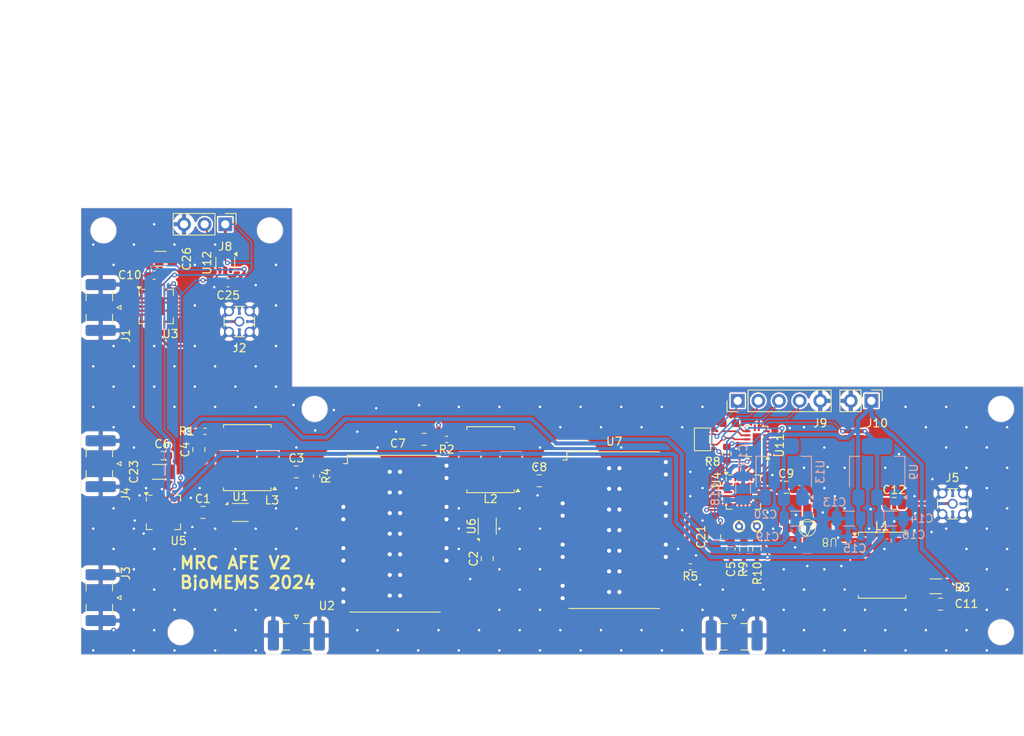
<source format=kicad_pcb>
(kicad_pcb (version 20240108) (generator "pcbnew") (generator_version "8.0")
  (layers (0 "F.Cu" signal) (1 "In1.Cu" signal) (2 "In2.Cu" signal) (31 "B.Cu" signal) (34 "B.Paste" user) (35 "F.Paste" user) (36 "B.SilkS" user "B.Silkscreen") (37 "F.SilkS" user "F.Silkscreen") (38 "B.Mask" user) (39 "F.Mask" user) (44 "Edge.Cuts" user))
  (net 0 "")
  (net 1 "Net-(U5-RF2)")
  (net 2 "Net-(C1-Pad2)")
  (net 3 "Net-(C2-Pad2)")
  (net 4 "Net-(C2-Pad1)")
  (net 5 "Net-(L3-RFIN)")
  (net 6 "GND")
  (net 7 "+5V")
  (net 8 "+3V0")
  (net 9 "Net-(C8-Pad2)")
  (net 10 "Net-(L2-RFIN)")
  (net 11 "Net-(C9-Pad2)")
  (net 12 "Net-(U4-RFOUT)")
  (net 13 "+12V")
  (net 14 "Net-(L1-RFIN)")
  (net 15 "Net-(J5-In)")
  (net 16 "Net-(J1-In)")
  (net 17 "Net-(J2-In)")
  (net 18 "Net-(J3-In)")
  (net 19 "Net-(J4-In)")
  (net 20 "Net-(J6-In)")
  (net 21 "Net-(J7-In)")
  (net 22 "/SW2")
  (net 23 "/SW1")
  (net 24 "Net-(J9-Pin_3)")
  (net 25 "Net-(J9-Pin_4)")
  (net 26 "Net-(J9-Pin_1)")
  (net 27 "Net-(J9-Pin_2)")
  (net 29 "Net-(L1-RFGND)")
  (net 36 "Net-(L2-RFGND)")
  (net 39 "Net-(L3-RFGND)")
  (net 43 "Net-(U11-QE)")
  (net 44 "Net-(U4-C16)")
  (net 45 "Net-(U4-PUP1)")
  (net 46 "Net-(U4-PUP2)")
  (net 49 "Net-(U11-QC)")
  (net 50 "Net-(U11-QD)")
  (net 51 "Net-(U11-QB)")
  (net 52 "Net-(U11-QA)")
  (net 58 "Net-(C3-Pad2)")
  (net 59 "Net-(U4-RFIN)")
  (footprint "Connector_Coaxial:MMCX_Molex_73415-1471_Vertical" (layer "F.Cu") (at 173.3 94.43)
    (property "Reference" "J5")
    (property "Value" "Conn_Coaxial")
  )
  (footprint "Jumper:SolderJumper-2_P1.3mm_Bridged_Pad1.0x1.5mm" (layer "F.Cu") (at 142.5 86.5 90)
    (property "Reference" "JP3" (hide yes))
    (property "Value" "SolderJumper_2_Bridged")
  )
  (footprint "Resistor_SMD:R_0603_1608Metric" (layer "F.Cu") (at 149.2 100 -90)
    (property "Reference" "R10")
    (property "Value" "10k")
  )
  (footprint "Resistor_SMD:R_0603_1608Metric" (layer "F.Cu") (at 145.5 88.25 -90)
    (property "Reference" "R8")
    (property "Value" "10k")
  )
  (footprint "RF_Mini-Circuits:Mini-Circuits_CD637_H5.23mm" (layer "F.Cu") (at 164.6 102)
    (property "Reference" "L1")
    (property "Value" "ADCH-1220+")
  )
  (footprint "Connector_Coaxial:SMA_Samtec_SMA-J-P-H-ST-EM1_EdgeMount" (layer "F.Cu") (at 146.4 110.9 -90)
    (property "Reference" "J7" (hide yes))
    (property "Value" "Conn_Coaxial")
  )
  (footprint "Resistor_SMD:R_1206_3216Metric" (layer "F.Cu") (at 171.2 104.6 180)
    (property "Reference" "R3")
    (property "Value" "226")
  )
  (footprint "Capacitor_SMD:C_0805_2012Metric" (layer "F.Cu") (at 80.5 87.75 90)
    (property "Reference" "C4")
    (property "Value" "100n")
  )
  (footprint "Package_TO_SOT_SMD:SOT-353_SC-70-5" (layer "F.Cu") (at 83.75 64.75 -90)
    (property "Reference" "U12")
    (property "Value" "74AHC1GU04")
  )
  (footprint "BioMEMS:Mini-Circuits_WW107" (layer "F.Cu") (at 155.4 97.4 180)
    (property "Reference" "U8")
    (property "Value" "MAR-8ASM+")
  )
  (footprint "Connector_Coaxial:SMA_Samtec_SMA-J-P-H-ST-EM1_EdgeMount" (layer "F.Cu") (at 68.1625 106 180)
    (property "Reference" "J3")
    (property "Value" "Conn_Coaxial")
  )
  (footprint "Resistor_SMD:R_0402_1005Metric" (layer "F.Cu") (at 111 86.5)
    (property "Reference" "R2")
    (property "Value" "93.1")
  )
  (footprint "TestPoint:TestPoint_THTPad_D1.0mm_Drill0.5mm" (layer "F.Cu") (at 149.2 97.2)
    (property "Reference" "TP2" (hide yes))
    (property "Value" "TestPoint")
  )
  (footprint "BioMEMS:Mini-Circuits_FG873" (layer "F.Cu") (at 85.6 95.5)
    (property "Reference" "U1")
    (property "Value" "LEE2-6+")
  )
  (footprint "RF_Mini-Circuits:Mini-Circuits_CD637_H5.23mm" (layer "F.Cu") (at 116.4 89 180)
    (property "Reference" "L2")
    (property "Value" "ADCH-1220+")
  )
  (footprint "Package_DFN_QFN:TQFN-20-1EP_4x4mm_P0.5mm_EP2.1x2.1mm" (layer "F.Cu") (at 147.5375 93)
    (property "Reference" "U4")
    (property "Value" "~")
  )
  (footprint "Capacitor_SMD:C_0805_2012Metric" (layer "F.Cu") (at 108.25 86.5)
    (property "Reference" "C7")
    (property "Value" "100n")
  )
  (footprint "Capacitor_SMD:C_0805_2012Metric" (layer "F.Cu") (at 116 101.2 90)
    (property "Reference" "C2")
    (property "Value" "2.4n")
  )
  (footprint "Capacitor_SMD:C_0805_2012Metric" (layer "F.Cu") (at 144 98.5 90)
    (property "Reference" "C21")
    (property "Value" "100n")
  )
  (footprint "Capacitor_SMD:C_0805_2012Metric" (layer "F.Cu") (at 152.8 92.4)
    (property "Reference" "C9")
    (property "Value" "2.4n")
  )
  (footprint "Capacitor_SMD:C_0805_2012Metric" (layer "F.Cu") (at 122.4 91.6)
    (property "Reference" "C8")
    (property "Value" "2.4n")
  )
  (footprint "Capacitor_SMD:C_0805_2012Metric" (layer "F.Cu") (at 92.5 90.5)
    (property "Reference" "C3")
    (property "Value" "2.4n")
  )
  (footprint "Capacitor_SMD:C_0805_2012Metric" (layer "F.Cu") (at 171.8 106.8)
    (property "Reference" "C11")
    (property "Value" "100n")
  )
  (footprint "Capacitor_SMD:C_0603_1608Metric" (layer "F.Cu") (at 84.11 67.2)
    (property "Reference" "C25")
    (property "Value" "100n")
  )
  (footprint "Capacitor_SMD:C_1206_3216Metric" (layer "F.Cu") (at 75.5 90.5)
    (property "Reference" "C23")
    (property "Value" "3.3u")
  )
  (footprint "Connector_Coaxial:MMCX_Molex_73415-1471_Vertical" (layer "F.Cu") (at 85.48 71.98)
    (property "Reference" "J2")
    (property "Value" "Conn_Coaxial")
  )
  (footprint "Capacitor_SMD:C_0805_2012Metric" (layer "F.Cu") (at 81 95.5)
    (property "Reference" "C1")
    (property "Value" "2.4n")
  )
  (footprint "Resistor_SMD:R_0603_1608Metric" (layer "F.Cu") (at 147.6 100.025 -90)
    (property "Reference" "R9")
    (property "Value" "10k")
  )
  (footprint "Package_DFN_QFN:DHVQFN-16-1EP_2.5x3.5mm_P0.5mm_EP1x2mm" (layer "F.Cu") (at 149.1875 86.75 180)
    (property "Reference" "U11")
    (property "Value" "74HC595")
  )
  (footprint "Capacitor_SMD:C_0603_1608Metric" (layer "F.Cu") (at 146 100 90)
    (property "Reference" "C5")
    (property "Value" "100p")
  )
  (footprint "Connector_Coaxial:SMA_Samtec_SMA-J-P-H-ST-EM1_EdgeMount" (layer "F.Cu") (at 68.1625 70.25 180)
    (property "Reference" "J1")
    (property "Value" "Conn_Coaxial")
  )
  (footprint "Capacitor_SMD:C_0805_2012Metric" (layer "F.Cu") (at 166.1 94.4)
    (property "Reference" "C12")
    (property "Value" "2.4n")
  )
  (footprint "BioMEMS:Mini-Circuits_FG873" (layer "F.Cu") (at 116 97.2 90)
    (property "Reference" "U6")
    (property "Value" "LEE2-6+")
  )
  (footprint "Capacitor_SMD:C_0603_1608Metric" (layer "F.Cu") (at 75 66.25 180)
    (property "Reference" "C10")
    (property "Value" "100p")
  )
  (footprint "BioMEMS:Mini-Circuits_HF1139_LandPatternPL-230" (layer "F.Cu") (at 131.635 97.68)
    (property "Reference" "U7")
    (property "Value" "SXLP-21.4+")
  )
  (footprint "Connector_Coaxial:SMA_Samtec_SMA-J-P-H-ST-EM1_EdgeMount" (layer "F.Cu") (at 92.5 110.9 -90)
    (property "Reference" "J6" (hide yes))
    (property "Value" "Conn_Coaxial")
  )
  (footprint "Capacitor_SMD:C_1206_3216Metric" (layer "F.Cu") (at 75.75 64.25 180)
    (property "Reference" "C26")
    (property "Value" "3.3u")
  )
  (footprint "Package_DFN_QFN:TQFN-20-1EP_4x4mm_P0.5mm_EP2.1x2.1mm" (layer "F.Cu") (at 76.1375 95.5)
    (property "Reference" "U5")
    (property "Value" "~")
  )
  (footprint "Resistor_SMD:R_0402_1005Metric" (layer "F.Cu") (at 95 91 -90)
    (property "Reference" "R4")
    (property "Value" "0")
  )
  (footprint "BioMEMS:Mini-Circuits_HF1139_LandPatternPL-230" (layer "F.Cu") (at 104.635 98.12)
    (property "Reference" "U2")
    (property "Value" "SXLP-21.4+")
  )
  (footprint "Connector_PinHeader_2.54mm:PinHeader_1x05_P2.54mm_Vertical" (layer "F.Cu") (at 146.84 81.75 90)
    (property "Reference" "J9")
    (property "Value" "Conn_01x05")
  )
  (footprint "Capacitor_SMD:C_0603_1608Metric" (layer "F.Cu") (at 76 88.5)
    (property "Reference" "C6")
    (property "Value" "100p")
  )
  (footprint "Package_DFN_QFN:TQFN-20-1EP_4x4mm_P0.5mm_EP2.1x2.1mm" (layer "F.Cu") (at 75.25 70.1375)
    (property "Reference" "U3")
    (property "Value" "~")
  )
  (footprint "Connector_PinHeader_2.54mm:PinHeader_1x02_P2.54mm_Vertical" (layer "F.Cu") (at 163.29 81.75 -90)
    (property "Reference" "J10")
    (property "Value" "Conn_01x02")
  )
  (footprint "RF_Mini-Circuits:Mini-Circuits_CD637_H5.23mm" (layer "F.Cu") (at 86.46 88.75 180)
    (property "Reference" "L3")
    (property "Value" "ADCH-1220+")
  )
  (footprint "Resistor_SMD:R_0402_1005Metric" (layer "F.Cu") (at 81.25 85.5)
    (property "Reference" "R1")
    (property "Value" "93.1")
  )
  (footprint "Resistor_SMD:R_0402_1005Metric" (layer "F.Cu") (at 141 102.2 180)
    (property "Reference" "R5")
    (property "Value" "0")
  )
  (footprint "Connector_PinHeader_2.54mm:PinHeader_1x03_P2.54mm_Vertical" (layer "F.Cu") (at 83.75 60 -90)
    (property "Reference" "J8")
    (property "Value" "Conn_01x03")
  )
  (footprint "TestPoint:TestPoint_THTPad_D1.0mm_Drill0.5mm" (layer "F.Cu") (at 147 97.2)
    (property "Reference" "TP1" (hide yes))
    (property "Value" "TestPoint")
  )
  (footprint "Connector_Coaxial:SMA_Samtec_SMA-J-P-H-ST-EM1_EdgeMount" (layer "F.Cu") (at 68.1625 89.5 180)
    (property "Reference" "J4")
    (property "Value" "Conn_Coaxial")
  )
  (footprint "Capacitor_SMD:C_0603_1608Metric" (layer "F.Cu") (at 145.775 84.5)
    (property "Reference" "C24" (hide yes))
    (property "Value" "100n")
  )
  (footprint "Capacitor_SMD:C_1206_3216Metric" (layer "B.Cu") (at 160.5 96.25 180)
    (property "Reference" "C13")
    (property "Value" "10u")
  )
  (footprint "Capacitor_SMD:C_0603_1608Metric" (layer "B.Cu") (at 145.5 93.25 -90)
    (property "Reference" "C18")
    (property "Value" "100n")
  )
  (footprint "Capacitor_SMD:C_1206_3216Metric" (layer "B.Cu") (at 154.025 96.25)
    (property "Reference" "C20")
    (property "Value" "10u")
  )
  (footprint "Capacitor_SMD:C_0603_1608Metric" (layer "B.Cu") (at 161.25 98.5)
    (property "Reference" "C15")
    (property "Value" "100n")
  )
  (footprint "Capacitor_SMD:C_0603_1608Metric" (layer "B.Cu") (at 153.525 98.25 180)
    (property "Reference" "C19")
    (property "Value" "100n")
  )
  (footprint "Package_TO_SOT_SMD:SOT-223-3_TabPin2" (layer "B.Cu") (at 152.5 90.5 90)
    (property "Reference" "U13")
    (property "Value" "AMS1117-5.0")
  )
  (footprint "Capacitor_SMD:C_1206_3216Metric" (layer "B.Cu") (at 165.725 96.25)
    (property "Reference" "C14")
    (property "Value" "10u")
  )
  (footprint "Capacitor_SMD:C_1206_3216Metric" (layer "B.Cu") (at 147.5 92.5 90)
    (property "Reference" "C17")
    (property "Value" "10u")
  )
  (footprint "Package_TO_SOT_SMD:SOT-223-3_TabPin2" (layer "B.Cu") (at 164 90.5 90)
    (property "Reference" "U9")
    (property "Value" "AMS1117-3.3")
  )
  (footprint "Capacitor_SMD:C_0603_1608Metric" (layer "B.Cu") (at 165.225 98.25 180)
    (property "Reference" "C16")
    (property "Value" "100n")
  )
  (gr_line (start 182 113) (end 66 113) (stroke (width 0.05)) (layer "Edge.Cuts"))
  (gr_circle (center 89.25 60.75) (end 90.85 60.75) (stroke (width 0.05)) (fill none) (layer "Edge.Cuts"))
  (gr_circle (center 94.75 82.75) (end 96.35 82.75) (stroke (width 0.05)) (fill none) (layer "Edge.Cuts"))
  (gr_line (start 66 58) (end 92 58) (stroke (width 0.05)) (layer "Edge.Cuts"))
  (gr_circle (center 68.75 60.75) (end 70.35 60.75) (stroke (width 0.05)) (fill none) (layer "Edge.Cuts"))
  (gr_line (start 92 80) (end 182 80) (stroke (width 0.05)) (layer "Edge.Cuts"))
  (gr_circle (center 179.25 82.75) (end 180.85 82.75) (stroke (width 0.05)) (fill none) (layer "Edge.Cuts"))
  (gr_line (start 66 113) (end 66 58) (stroke (width 0.05)) (layer "Edge.Cuts"))
  (gr_circle (center 179.25 110.25) (end 180.85 110.25) (stroke (width 0.05)) (fill none) (layer "Edge.Cuts"))
  (gr_circle (center 78.25 110.25) (end 79.85 110.25) (stroke (width 0.05)) (fill none) (layer "Edge.Cuts"))
  (gr_line (start 182 80) (end 182 113) (stroke (width 0.05)) (layer "Edge.Cuts"))
  (gr_line (start 92 58) (end 92 80) (stroke (width 0.05)) (layer "Edge.Cuts"))
  (gr_text "MRC AFE V2\nBioMEMS 2024" (at 78 105 0) (layer "F.SilkS") (effects (font (size 1.5 1.5) (thickness 0.3)) (justify left bottom)))
  (segment (start 78 95.5) (end 80.05 95.5) (width 0.342392) (layer "F.Cu") (net 1))
  (segment (start 81.95 95.5) (end 84.65 95.5) (width 0.342392) (layer "F.Cu") (net 2))
  (segment (start 116 100.55) (end 116 98.45) (width 0.342392) (layer "F.Cu") (net 3))
  (segment (start 109.9055 105.74) (end 114.46 105.74) (width 0.342392) (layer "F.Cu") (net 4))
  (segment (start 116 103) (end 116 102.15) (width 0.342392) (layer "F.Cu") (net 4))
  (segment (start 90.75 90.5) (end 89.96 91.29) (width 0.342392) (layer "F.Cu") (net 5))
  (segment (start 88 95.5) (end 86.55 95.5) (width 0.342392) (layer "F.Cu") (net 5))
  (segment (start 89.96 91.29) (end 89 91.29) (width 0.342392) (layer "F.Cu") (net 5))
  (segment (start 89 94.5) (end 88 95.5) (width 0.342392) (layer "F.Cu") (net 5))
  (segment (start 91.55 90.5) (end 90.75 90.5) (width 0.342392) (layer "F.Cu") (net 5))
  (segment (start 89 91.29) (end 89 94.5) (width 0.342392) (layer "F.Cu") (net 5))
  (segment (start 76.15 64.25) (end 77.225 64.25) (width 0.2) (layer "F.Cu") (net 6))
  (segment (start 148 87) (end 147.29473 87) (width 0.2) (layer "F.Cu") (net 6))
  (segment (start 86.55 94.85) (end 85.95 94.85) (width 0.2) (layer "F.Cu") (net 6))
  (segment (start 144.25 93.5) (end 143.75 94) (width 0.2) (layer "F.Cu") (net 6))
  (segment (start 82.9353 67.2) (end 82.392165 67.743135) (width 0.2) (layer "F.Cu") (net 6))
  (segment (start 148.675 95) (end 150.25 95) (width 0.2) (layer "F.Cu") (net 6))
  (segment (start 85.6 95.35) (end 85.6 95.65) (width 0.2) (layer "F.Cu") (net 6))
  (segment (start 75.6375 95) (end 76.1375 95.5) (width 0.2) (layer "F.Cu") (net 6))
  (segment (start 76.1375 93.6375) (end 75.6375 93.6375) (width 0.2) (layer "F.Cu") (net 6))
  (segment (start 147.0375 93.5) (end 147.5375 93) (width 0.2) (layer "F.Cu") (net 6))
  (segment (start 145.675 93.5) (end 144.25 93.5) (width 0.2) (layer "F.Cu") (net 6))
  (segment (start 115.7 97.2) (end 115.35 97.55) (width 0.2) (layer "F.Cu") (net 6))
  (segment (start 85.95 96.15) (end 85.6 95.8) (width 0.2) (layer "F.Cu") (net 6))
  (segment (start 83.335 67.2) (end 82.9353 67.2) (width 0.2) (layer "F.Cu") (net 6))
  (segment (start 85.25 94.85) (end 85.6 95.2) (width 0.2) (layer "F.Cu") (net 6))
  (segment (start 76.1375 92.821823) (end 75.95 92.634323) (width 0.2) (layer "F.Cu") (net 6))
  (segment (start 85.25 96.15) (end 85.6 95.8) (width 0.2) (layer "F.Cu") (net 6))
  (segment (start 86.55 96.15) (end 85.95 96.15) (width 0.2) (layer "F.Cu") (net 6))
  (segment (start 149.95 84.55) (end 152.7 84.55) (width 0.2) (layer "F.Cu") (net 6))
  (segment (start 76.1375 93.6375) (end 76.1375 95.5) (width 0.2) (layer "F.Cu") (net 6))
  (segment (start 116.65 97.55) (end 116.65 98.15) (width 0.2) (layer "F.Cu") (net 6))
  (segment (start 152.7 84.55) (end 153.25 85.1) (width 0.2) (layer "F.Cu") (net 6))
  (segment (start 116 97.2) (end 116.3 97.2) (width 0.2) (layer "F.Cu") (net 6))
  (segment (start 84.65 94.85) (end 85.25 94.85) (width 0.2) (layer "F.Cu") (net 6))
  (segment (start 115.35 96.85) (end 115.7 97.2) (width 0.2) (layer "F.Cu") (net 6))
  (segment (start 84.65 96.15) (end 85.25 96.15) (width 0.2) (layer "F.Cu") (net 6))
  (segment (start 75.775 64.425) (end 75.8 64.4) (width 0.2) (layer "F.Cu") (net 6))
  (segment (start 115.7 97.2) (end 116 97.2) (width 0.2) (layer "F.Cu") (net 6))
  (segment (start 76 64.4) (end 76.15 64.25) (width 0.2) (layer "F.Cu") (net 6))
  (segment (start 149.4375 85.0625) (end 149.95 84.55) (width 0.2) (layer "F.Cu") (net 6))
  (segment (start 147.29473 87) (end 146.653809 87.640921) (width 0.2) (layer "F.Cu") (net 6))
  (segment (start 116.65 96.85) (end 116.65 96.25) (width 0.2) (layer "F.Cu") (net 6))
  (segment (start 148.5375 94.8625) (end 148.675 95) (width 0.2) (layer "F.Cu") (net 6))
  (segment (start 74.275 95) (end 75.6375 95) (width 0.2) (layer "F.Cu") (net 6))
  (segment (start 116.3 97.2) (end 116.65 96.85) (width 0.2) (layer "F.Cu") (net 6))
  (segment (start 76.1375 93.6375) (end 76.1375 92.821823) (width 0.2) (layer "F.Cu") (net 6))
  (segment (start 115.35 97.55) (end 115.35 98.15) (width 0.2) (layer "F.Cu") (net 6))
  (segment (start 116.3 97.2) (end 116.65 97.55) (width 0.2) (layer "F.Cu") (net 6))
  (segment (start 75.775 66.25) (end 75.775 64.425) (width 0.2) (layer "F.Cu") (net 6))
  (segment (start 147.5375 91.1375) (end 147.5375 93) (width 0.2) (layer "F.Cu") (net 6))
  (segment (start 115.35 96.25) (end 115.35 96.85) (width 0.2) (layer "F.Cu") (net 6))
  (segment (start 85.95 94.85) (end 85.6 95.2) (width 0.2) (layer "F.Cu") (net 6))
  (segment (start 145.675 93.5) (end 147.0375 93.5) (width 0.2) (layer "F.Cu") (net 6))
  (segment (start 75.8 64.4) (end 76 64.4) (width 0.2) (layer "F.Cu") (net 6))
  (via (at 85 110) (size 0.6) (drill 0.3) (layers "F.Cu" "B.Cu") (net 6))
  (via (at 72.5 62.5) (size 0.6) (drill 0.3) (layers "F.Cu" "B.Cu") (net 6))
  (via (at 102.5 112.5) (size 0.6) (drill 0.3) (layers "F.Cu" "B.Cu") (net 6))
  (via (at 77.5 102.5) (size 0.6) (drill 0.3) (layers "F.Cu" "B.Cu") (net 6))
  (via (at 97.115686 82.884314) (size 0.6) (drill 0.3) (layers "F.Cu" "B.Cu") (net 6))
  (via (at 147.5 102.5) (size 0.6) (drill 0.3) (layers "F.Cu" "B.Cu") (net 6))
  (via (at 122 89.8) (size 0.6) (drill 0.3) (layers "F.Cu" "B.Cu") (net 6))
  (via (at 160 110) (size 0.6) (drill 0.3) (layers "F.Cu" "B.Cu") (net 6))
  (via (at 117.5 97.5) (size 0.6) (drill 0.3) (layers "F.Cu" "B.Cu") (net 6))
  (via (at 137.5 82.5) (size 0.6) (drill 0.3) (layers "F.Cu" "B.Cu") (net 6))
  (via (at 77.5 82.5) (size 0.6) (drill 0.3) (layers "F.Cu" "B.Cu") (net 6))
  (via (at 90 95) (size 0.6) (drill 0.3) (layers "F.Cu" "B.Cu") (net 6))
  (via (at 107.5 112.5) (size 0.6) (drill 0.3) (layers "F.Cu" "B.Cu") (net 6))
  (via (at 80.6 92.5) (size 0.6) (drill 0.3) (layers "F.Cu" "B.Cu") (net 6))
  (via (at 75 110) (size 0.6) (drill 0.3) (layers "F.Cu" "B.Cu") (net 6))
  (via (at 87.5 77.5) (size 0.6) (drill 0.3) (layers "F.Cu" "B.Cu") (net 6))
  (via (at 142.5 107.5) (size 0.6) (drill 0.3) (layers "F.Cu" "B.Cu") (net 6))
  (via (at 112.5 112.5) (size 0.6) (drill 0.3) (layers "F.Cu" "B.Cu") (net 6))
  (via (at 155 90) (size 0.6) (drill 0.3) (layers "F.Cu" "B.Cu") (net 6))
  (via (at 153.9 99.8) (size 0.6) (drill 0.3) (layers "F.Cu" "B.Cu") (net 6))
  (via (at 113.9 103.7) (size 0.6) (drill 0.3) (layers "F.Cu" "B.Cu") (net 6))
  (via (at 112.5 100) (size 0.6) (drill 0.3) (layers "F.Cu" "B.Cu") (net 6))
  (via (at 158.8 93.5) (size 0.6) (drill 0.3) (layers "F.Cu" "B.Cu") (net 6))
  (via (at 157.3 95.5) (size 0.6) (drill 0.3) (layers "F.Cu" "B.Cu") (net 6))
  (via (at 167.5 92.5) (size 0.6) (drill 0.3) (layers "F.Cu" "B.Cu") (net 6))
  (via (at 87.5 112.5) (size 0.6) (drill 0.3) (layers "F.Cu" "B.Cu") (net 6))
  (via (at 72.6 96.5) (size 0.6) (drill 0.3) (layers "F.Cu" "B.Cu") (net 6))
  (via (at 164.9 100) (size 0.6) (drill 0.3) (layers "F.Cu" "B.Cu") (net 6))
  (via (at 75.95 92.634323) (size 0.6) (drill 0.3) (layers "F.Cu" "B.Cu") (net 6))
  (via (at 155.4 102.1) (size 0.6) (drill 0.3) (layers "F.Cu" "B.Cu") (net 6))
  (via (at 168.6 97.7) (size 0.6) (drill 0.3) (layers "F.Cu" "B.Cu") (net 6))
  (via (at 130 110) (size 0.6) (drill 0.3) (layers "F.Cu" "B.Cu") (net 6))
  (via (at 120 110) (size 0.6) (drill 0.3) (layers "F.Cu" "B.Cu") (net 6))
  (via (at 75 100) (size 0.6) (drill 0.3) (layers "F.Cu" "B.Cu") (net 6))
  (via (at 150.5 95.5) (size 0.6) (drill 0.3) (layers "F.Cu" "B.Cu") (net 6))
  (via (at 87.5 67.5) (size 0.6) (drill 0.3) (layers "F.Cu" "B.Cu") (net 6))
  (via (at 154 95.8) (size 0.6) (drill 0.3) (layers "F.Cu" "B.Cu") (net 6))
  (via (at 140 85) (size 0.6) (drill 0.3) (layers "F.Cu" "B.Cu") (net 6))
  (via (at 142.2 104.4) (size 0.6) (drill 0.3) (layers "F.Cu" "B.Cu") (net 6))
  (via (at 163.2 95.1) (size 0.6) (drill 0.3) (layers "F.Cu" "B.Cu") (net 6))
  (via (at 90 80) (size 0.6) (drill 0.3) (layers "F.Cu" "B.Cu") (net 6))
  (via (at 82.5 107.5) (size 0.6) (drill 0.3) (layers "F.Cu" "B.Cu") (net 6))
  (via (at 177.5 112.5) (size 0.6) (drill 0.3) (layers "F.Cu" "B.Cu") (net 6))
  (via (at 137.5 112.5) (size 0.6) (drill 0.3) (layers "F.Cu" "B.Cu") (net 6))
  (via (at 110 110) (size 0.6) (drill 0.3) (layers "F.Cu" "B.Cu") (net 6))
  (via (at 122.5 87.5) (size 0.6) (drill 0.3) (layers "F.Cu" "B.Cu") (net 6))
  (via (at 92.143291 82.251908) (size 0.6) (drill 0.3) (layers "F.Cu" "B.Cu") (net 6))
  (via (at 167.5 82.5) (size 0.6) (drill 0.3) (layers "F.Cu" "B.Cu") (net 6))
  (via (at 85 80) (size 0.6) (drill 0.3) (layers "F.Cu" "B.Cu") (net 6))
  (via (at 132.5 82.5) (size 0.6) (drill 0.3) (layers "F.Cu" "B.Cu") (net 6))
  (via (at 166.684314 88.315686) (size 0.6) (drill 0.3) (layers "F.Cu" "B.Cu") (net 6))
  (via (at 70 80) (size 0.6) (drill 0.3) (layers "F.Cu" "B.Cu") (net 6))
  (via (at 90 105) (size 0.6) (drill 0.3) (layers "F.Cu" "B.Cu") (net 6))
  (via (at 170.8 91.4) (size 0.6) (drill 0.3) (layers "F.Cu" "B.Cu") (net 6))
  (via (at 85 105) (size 0.6) (drill 0.3) (layers "F.Cu" "B.Cu") (net 6))
  (via (at 122.2 93.4) (size 0.6) (drill 0.3) (layers "F.Cu" "B.Cu") (net 6))
  (via (at 77.5 107.5) (size 0.6) (drill 0.3) (layers "F.Cu" "B.Cu") (net 6))
  (via (at 177.5 102.5) (size 0.6) (drill 0.3) (layers "F.Cu" "B.Cu") (net 6))
  (via (at 163 97.5) (size 0.6) (drill 0.3) (layers "F.Cu" "B.Cu") (net 6))
  (via (at 100 110) (size 0.6) (drill 0.3) (layers "F.Cu" "B.Cu") (net 6))
  (via (at 177.5 97.5) (size 0.6) (drill 0.3) (layers "F.Cu" "B.Cu") (net 6))
  (via (at 160 105) (size 0.6) (drill 0.3) (layers "F.Cu" "B.Cu") (net 6))
  (via (at 127.5 112.5) (size 0.6) (drill 0.3) (layers "F.Cu" "B.Cu") (net 6))
  (via (at 82.5 82.5) (size 0.6) (drill 0.3) (layers "F.Cu" "B.Cu") (net 6))
  (via (at 90 70) (size 0.6) (drill 0.3) (layers "F.Cu" "B.Cu") (net 6))
  (via (at 72.5 102.5) (size 0.6) (drill 0.3) (layers "F.Cu" "B.Cu") (net 6))
  (via (at 120 105) (size 0.6) (drill 0.3) (layers "F.Cu" "B.Cu") (net 6))
  (via (at 77.5 77.5) (size 0.6) (drill 0.3) (layers "F.Cu" "B.Cu") (net 6))
  (via (at 102.5 87.5) (size 0.6) (drill 0.3) (layers "F.Cu" "B.Cu") (net 6))
  (via (at 135 85) (size 0.6) (drill 0.3) (layers "F.Cu" "B.Cu") (net 6))
  (via (at 82.5 112.5) (size 0.6) (drill 0.3) (layers "F.Cu" "B.Cu") (net 6))
  (via (at 72.5 97.5) (size 0.6) (drill 0.3) (layers "F.Cu" "B.Cu") (net 6))
  (via (at 120 95) (size 0.6) (drill 0.3) (layers "F.Cu" "B.Cu") (net 6))
  (via (at 147.5 107.5) (size 0.6) (drill 0.3) (layers "F.Cu" "B.Cu") (net 6))
  (via (at 117.5 82.5) (size 0.6) (drill 0.3) (layers "F.Cu" "B.Cu") (net 6))
  (via (at 160 90) (size 0.6) (drill 0.3) (layers "F.Cu" "B.Cu") (net 6))
  (via (at 90 65) (size 0.6) (drill 0.3) (layers "F.Cu" "B.Cu") (net 6))
  (via (at 79.5 93.7) (size 0.6) (drill 0.3) (layers "F.Cu" "B.Cu") (net 6))
  (via (at 72.5 77.5) (size 0.6) (drill 0.3) (layers "F.Cu" "B.Cu") (net 6))
  (via (at 115 110) (size 0.6) (drill 0.3) (layers "F.Cu" "B.Cu") (net 6))
  (via (at 87.5 107.5) (size 0.6) (drill 0.3) (layers "F.Cu" "B.Cu") (net 6))
  (via (at 127.5 82.5) (size 0.6) (drill 0.3) (layers "F.Cu" "B.Cu") (net 6))
  (via (at 87.5 82.5) (size 0.6) (drill 0.3) (layers "F.Cu" "B.Cu") (net 6))
  (via (at 139.5 100) (size 0.6) (drill 0.3) (layers "F.Cu" "B.Cu") (net 6))
  (via (at 170 85) (size 0.6) (drill 0.3) (layers "F.Cu" "B.Cu") (net 6))
  (via (at 143 89) (size 0.6) (drill 0.3) (layers "F.Cu" "B.Cu") (net 6))
  (via (at 92.5 97.5) (size 0.6) (drill 0.3) (layers "F.Cu" "B.Cu") (net 6))
  (via (at 122.5 82.5) (size 0.6) (drill 0.3) (layers "F.Cu" "B.Cu") (net 6))
  (via (at 157.5 107.5) (size 0.6) (drill 0.3) (layers "F.Cu" "B.Cu") (net 6))
  (via (at 150 105) (size 0.6) (drill 0.3) (layers "F.Cu" "B.Cu") (net 6))
  (via (at 92.5 92.5) (size 0.6) (drill 0.3) (layers "F.Cu" "B.Cu") (net 6))
  (via (at 180 90) (size 0.6) (drill 0.3) (layers "F.Cu" "B.Cu") (net 6))
  (via (at 168.7 95.6) (size 0.6) (drill 0.3) (layers "F.Cu" "B.Cu") (net 6))
  (via (at 80 65) (size 0.6) (drill 0.3) (layers "F.Cu" "B.Cu") (net 6))
  (via (at 175 90) (size 0.6) (drill 0.3) (layers "F.Cu" "B.Cu") (net 6))
  (via (at 70 85) (size 0.6) (drill 0.3) (layers "F.Cu" "B.Cu") (net 6))
  (via (at 122.5 102.5) (size 0.6) (drill 0.3) (layers "F.Cu" "B.Cu") (net 6))
  (via (at 170.7 97.9) (size 0.6) (drill 0.3) (layers "F.Cu" "B.Cu") (net 6))
  (via (at 74 92.5) (size 0.6) (drill 0.3) (layers "F.Cu" "B.Cu") (net 6))
  (via (at 82.5 77.5) (size 0.6) (drill 0.3) (layers "F.Cu" "B.Cu") (net 6))
  (via (at 151.2 97.5) (size 0.6) (drill 0.3) (layers "F.Cu" "B.Cu") (net 6))
  (via (at 166.1 96.6) (size 0.6) (drill 0.3) (layers "F.Cu" "B.Cu") (net 6))
  (via (at 104.785689 85.55) (size 0.6) (drill 0.3) (layers "F.Cu" "B.Cu") (net 6))
  (via (at 117.5 107.5) (size 0.6) (drill 0.3) (layers "F.Cu" "B.Cu") (net 6))
  (via (at 180 95) (size 0.6) (drill 0.3) (layers "F.Cu" "B.Cu") (net 6))
  (via (at 102.334314 82.665686) (size 0.6) (drill 0.3) (layers "F.Cu" "B.Cu") (net 6))
  (via (at 77.5 112.5) (size 0.6) (drill 0.3) (layers "F.Cu" "B.Cu") (net 6))
  (via (at 105 110) (size 0.6) (drill 0.3) (layers "F.Cu" "B.Cu") (net 6))
  (via (at 94.82883 85.402534) (size 0.6) (drill 0.3) (layers "F.Cu" "B.Cu") (net 6))
  (via (at 151.1 90.9) (size 0.6) (drill 0.3) (layers "F.Cu" "B.Cu") (net 6))
  (via (at 167.5 107.5) (size 0.6) (drill 0.3) (layers "F.Cu" "B.Cu") (net 6))
  (via (at 85 100) (size 0.6) (drill 0.3) (layers "F.Cu" "B.Cu") (net 6))
  (via (at 141 90.5) (size 0.6) (drill 0.3) (layers "F.Cu" "B.Cu") (net 6))
  (via (at 135 110) (size 0.6) (drill 0.3) (layers "F.Cu" "B.Cu") (net 6))
  (via (at 80 75) (size 0.6) (drill 0.3) (layers "F.Cu" "B.Cu") (net 6))
  (via (at 132.5 112.5) (size 0.6) (drill 0.3) (layers "F.Cu" "B.Cu") (net 6))
  (via (at 112.5 95) (size 0.6) (drill 0.3) (layers "F.Cu" "B.Cu") (net 6))
  (via (at 155 105) (size 0.6) (drill 0.3) (layers "F.Cu" "B.Cu") (net 6))
  (via (at 180 100) (size 0.6) (drill 0.3) (layers "F.Cu" "B.Cu") (net 6))
  (via (at 80 70) (size 0.6) (drill 0.3) (layers "F.Cu" "B.Cu") (net 6))
  (via (at 90 100) (size 0.6) (drill 0.3) (layers "F.Cu" "B.Cu") (net 6))
  (via (at 162.5 107.5) (size 0.6) (drill 0.3) (layers "F.Cu" "B.Cu") (net 6))
  (via (at 122.5 112.5) (size 0.6) (drill 0.3) (layers "F.Cu" "B.Cu") (net 6))
  (via (at 82.392165 67.743135) (size 0.6) (drill 0.3) (layers "F.Cu" "B.Cu") (net 6))
  (via (at 82.5 97.5) (size 0.6) (drill 0.3) (layers "F.Cu" "B.Cu") (net 6))
  (via (at 142.5 92.5) (size 0.6) (drill 0.3) (layers "F.Cu" "B.Cu") (net 6))
  (via (at 159.2 98.6) (size 0.6) (drill 0.3) (layers "F.Cu" "B.Cu") (net 6))
  (via (at 70 95) (size 0.6) (drill 0.3) (layers "F.Cu" "B.Cu") (net 6))
  (via (at 162.5 112.5) (size 0.6) (drill 0.3) (layers "F.Cu" "B.Cu") (net 6))
  (via (at 157.5 87.5) (size 0.6) (drill 0.3) (layers "F.Cu" "B.Cu") (net 6))
  (via (at 157.5 102.5) (size 0.6) (drill 0.3) (layers "F.Cu" "B.Cu") (net 6))
  (via (at 140 110) (size 0.6) (drill 0.3) (layers "F.Cu" "B.Cu") (net 6))
  (via (at 175 110) (size 0.6) (drill 0.3) (layers "F.Cu" "B.Cu") (net 6))
  (via (at 180 105) (size 0.6) (drill 0.3) (layers "F.Cu" "B.Cu") (net 6))
  (via (at 72.5 112.5) (size 0.6) (drill 0.3) (layers "F.Cu" "B.Cu") (net 6))
  (via (at 177.5 92.5) (size 0.6) (drill 0.3) (layers "F.Cu" "B.Cu") (net 6))
  (via (at 155 110) (size 0.6) (drill 0.3) (layers "F.Cu" "B.Cu") (net 6))
  (via (at 75 80) (size 0.6) (drill 0.3) (layers "F.Cu" "B.Cu") (net 6))
  (via (at 67.5 77.5) (size 0.6) (drill 0.3) (layers "F.Cu" "B.Cu") (net 6))
  (via (at 87.5 97.5) (size 0.6) (drill 0.3) (layers "F.Cu" "B.Cu") (net 6))
  (via (at 73.7 98.1) (size 0.6) (drill 0.3) (layers "F.Cu" "B.Cu") (net 6))
  (via (at 160 95) (size 0.6) (drill 0.3) (layers "F.Cu" "B.Cu") (net 6))
  (via (at 82.5 102.5) (size 0.6) (drill 0.3) (layers "F.Cu" "B.Cu") (net 6))
  (via (at 168.6 93.5) (size 0.6) (drill 0.3) (layers "F.Cu" "B.Cu") (net 6))
  (via (at 75 75) (size 0.6) (drill 0.3) (layers "F.Cu" "B.Cu") (net 6))
  (via (at 155 85) (size 0.6) (drill 0.3) (layers "F.Cu" "B.Cu") (net 6))
  (via (at 145 105) (size 0.6) (drill 0.3) (layers "F.Cu" "B.Cu") (net 6))
  (via (at 142.5 82.5) (size 0.6) (drill 0.3) (layers "F.Cu" "B.Cu") (net 6))
  (via (at 72.5 82.5) (size 0.6) (drill 0.3) (layers "F.Cu" "B.Cu") (net 6))
  (via (at 122.5 107.5) (size 0.6) (drill 0.3) (layers "F.Cu" "B.Cu") (net 6))
  (via (at 70 100) (size 0.6) (drill 0.3) (layers "F.Cu" "B.Cu") (net 6))
  (via (at 85 75) (size 0.6) (drill 0.3) (layers "F.Cu" "B.Cu") (net 6))
  (via (at 142.5 96.5) (size 0.6) (drill 0.3) (layers "F.Cu" "B.Cu") (net 6))
  (via (at 90 75) (size 0.6) (drill 0.3) (layers "F.Cu" "B.Cu") (net 6))
  (via (at 67.5 82.5) (size 0.6) (drill 0.3) (layers "F.Cu" "B.Cu") (net 6))
  (via (at 73.2 93.4) (size 0.6) (drill 0.3) (layers "F.Cu" "B.Cu") (net 6))
  (via (at 152.5 112.5) (size 0.6) (drill 0.3) (layers "F.Cu" "B.Cu") (net 6))
  (via (at 165 110) (size 0.6) (drill 0.3) (layers "F.Cu" "B.Cu") (net 6))
  (via (at 157.5 92.5) (size 0.6) (drill 0.3) (layers "F.Cu" "B.Cu") (net 6))
  (via (at 125 110) (size 0.6) (drill 0.3) (layers "F.Cu" "B.Cu") (net 6))
  (via (at 141.7 100.8) (size 0.6) (drill 0.3) (layers "F.Cu" "B.Cu") (net 6))
  (via (at 67.5 62.5) (size 0.6) (drill 0.3) (layers "F.Cu" "B.Cu") (net 6))
  (via (at 175 100) (size 0.6) (drill 0.3) (layers "F.Cu" "B.Cu") (net 6))
  (via (at 130 85) (size 0.6) (drill 0.3) (layers "F.Cu" "B.Cu") (net 6))
  (via (at 167.5 112.5) (size 0.6) (drill 0.3) (layers "F.Cu" "B.Cu") (net 6))
  (via (at 177.5 87.5) (size 0.6) (drill 0.3) (layers "F.Cu" "B.Cu") (net 6))
  (via (at 141 93.5) (size 0.6) (drill 0.3) (layers "F.Cu" "B.Cu") (net 6))
  (via (at 132.5 87.5) (size 0.6) (drill 0.3) (layers "F.Cu" "B.Cu") (net 6))
  (via (at 82.5 62.5) (size 0.6) (drill 0.3) (layers "F.Cu" "B.Cu") (net 6))
  (via (at 152.5 102.5) (size 0.6) (drill 0.3) (layers "F.Cu" "B.Cu") (net 6))
  (via (at 144.9 91.4) (size 0.6) (drill 0.3) (layers "F.Cu" "B.Cu") (net 6))
  (via (at 153.25 85.1) (size 0.6) (drill 0.3) (layers "F.Cu" "B.Cu") (net 6))
  (via (at 180 85) (size 0.6) (drill 0.3) (layers "F.Cu" "B.Cu") (net 6))
  (via (at 87.5 102.5) (size 0.6) (drill 0.3) (layers "F.Cu" "B.Cu") (net 6))
  (via (at 172.5 112.5) (size 0.6) (drill 0.3) (layers "F.Cu" "B.Cu") (net 6))
  (via (at 77.5 62.5) (size 0.6) (drill 0.3) (layers "F.Cu" "B.Cu") (net 6))
  (via (at 172.5 97.5) (size 0.6) (drill 0.3) (layers "F.Cu" "B.Cu") (net 6))
  (via (at 157.5 112.5) (size 0.6) (drill 0.3) (layers "F.Cu" "B.Cu") (net 6))
  (via (at 165 90) (size 0.6) (drill 0.3) (layers "F.Cu" "B.Cu") (net 6))
  (via (at 80 100) (size 0.6) (drill 0.3) (layers "F.Cu" "B.Cu") (net 6))
  (via (at 175 85) (size 0.6) (drill 0.3) (layers "F.Cu" "B.Cu") (net 6))
  (via (at 67.5 112.5) (size 0.6) (drill 0.3) (layers "F.Cu" "B.Cu") (net 6))
  (via (at 157.9 89.9) (size 0.6) (drill 0.3) (layers "F.Cu" "B.Cu") (net 6))
  (via (at 122.5 97.5) (size 0.6) (drill 0.3) (layers "F.Cu" "B.Cu") (net 6))
  (via (at 172.5 87.5) (size 0.6) (drill 0.3) (layers "F.Cu" "B.Cu") (net 6))
  (via (at 107.615686 82.284314) (size 0.6) (drill 0.3) (layers "F.Cu" "B.Cu") (net 6))
  (via (at 112.5 97.5) (size 0.6) (drill 0.3) (layers "F.Cu" "B.Cu") (net 6))
  (via (at 70 110) (size 0.6) (drill 0.3) (layers "F.Cu" "B.Cu") (net 6))
  (via (at 100 85.55) (size 0.6) (drill 0.3) (layers "F.Cu" "B.Cu") (net 6))
  (via (at 80 105) (size 0.6) (drill 0.3) (layers "F.Cu" "B.Cu") (net 6))
  (via (at 177.5 107.5) (size 0.6) (drill 0.3) (layers "F.Cu" "B.Cu") (net 6))
  (via (at 72.5 87.5) (size 0.6) (drill 0.3) (layers "F.Cu" "B.Cu") (net 6))
  (via (at 159.6 102.1) (size 0.6) (drill 0.3) (layers "F.Cu" "B.Cu") (net 6))
  (via (at 72.5 107.5) (size 0.6) (drill 0.3) (layers "F.Cu" "B.Cu") (net 6))
  (via (at 170 110) (size 0.6) (drill 0.3) (layers "F.Cu" "B.Cu") (net 6))
  (via (at 79.7 97.3) (size 0.6) (drill 0.3) (layers "F.Cu" "B.Cu") (net 6))
  (via (at 172.5 82.5) (size 0.6) (drill 0.3) (layers "F.Cu" "B.Cu") (net 6))
  (via (at 67.5 97.5) (size 0.6) (drill 0.3) (layers "F.Cu" "B.Cu") (net 6))
  (via (at 70 65) (size 0.6) (drill 0.3) (layers "F.Cu" "B.Cu") (net 6))
  (via (at 80 80) (size 0.6) (drill 0.3) (layers "F.Cu" "B.Cu") (net 6))
  (via (at 78.8 98) (size 0.6) (drill 0.3) (layers "F.Cu" "B.Cu") (net 6))
  (via (at 152.5 107.5) (size 0.6) (drill 0.3) (layers "F.Cu" "B.Cu") (net 6))
  (via (at 117.5 112.5) (size 0.6) (drill 0.3) (layers "F.Cu" "B.Cu") (net 6))
  (via (at 75 60) (size 0.6) (drill 0.3) (layers "F.Cu" "B.Cu") (net 6))
  (via (at 120 100) (size 0.6) (drill 0.3) (layers "F.Cu" "B.Cu") (net 6))
  (via (at 112.5 82.5) (size 0.6) (drill 0.3) (layers "F.Cu" "B.Cu") (net 6))
  (via (at 75 105) (size 0.6) (drill 0.3) (layers "F.Cu" "B.Cu") (net 6))
  (via (at 146.653809 87.640921) (size 0.6) (drill 0.3) (layers "F.Cu" "B.Cu") (net 6))
  (via (at 117.5 102.5) (size 0.6) (drill 0.3) (layers "F.Cu" "B.Cu") (net 6))
  (via (at 125 85) (size 0.6) (drill 0.3) (layers "F.Cu" "B.Cu") (net 6))
  (via (at 92.5 87.5) (size 0.6) (drill 0.3) (layers "F.Cu" "B.Cu") (net 6))
  (via (at 143.4 90.1) (size 0.6) (drill 0.3) (layers "F.Cu" "B.Cu") (net 6))
  (via (at 70 75) (size 0.6) (drill 0.3) (layers "F.Cu" "B.Cu") (net 6))
  (segment (start 146.653809 87.492931) (end 146.653809 87.640921) (width 0.2) (layer "B.Cu") (net 6))
  (segment (start 110 84.75) (end 110 88.272) (width 0.5) (layer "F.Cu") (net 7))
  (segment (start 80.5 85.74) (end 80.74 85.5) (width 0.5) (layer "F.Cu") (net 7))
  (segment (start 110 88.272) (end 110.972 88.272) (width 0.5) (layer "F.Cu") (net 7))
  (segment (start 110.972 88.272) (end 109.2 86.5) (width 0.5) (layer "F.Cu") (net 7))
  (segment (start 110.49 86.5) (end 109.2 86.5) (width 0.2) (layer "F.Cu") (net 7))
  (segment (start 80.74 85.5) (end 79.25 85.5) (width 0.5) (layer "F.Cu") (net 7))
  (segment (start 80.5 86.8) (end 80.5 85.74) (width 0.5) (layer "F.Cu") (net 7))
  (via (at 79.25 85.5) (size 0.6) (drill 0.3) (layers "F.Cu" "B.Cu") (net 7))
  (via (at 110 84.75) (size 0.6) (drill 0.3) (layers "F.Cu" "B.Cu") (net 7))
  (segment (start 139.95 88.316618) (end 139.95 95.560661) (width 0.5) (layer "B.Cu") (net 7))
  (segment (start 131.5 86.5) (end 138.133382 86.5) (width 0.5) (layer "B.Cu") (net 7))
  (segment (start 138.133382 86.5) (end 139.95 88.316618) (width 0.5) (layer "B.Cu") (net 7))
  (segment (start 152.75 98.725) (end 152.75 98.25) (width 0.5) (layer "B.Cu") (net 7))
  (segment (start 143.689339 99.3) (end 152.175 99.3) (width 0.5) (layer "B.Cu") (net 7))
  (segment (start 93.25 86.25) (end 91 84) (width 0.5) (layer "B.Cu") (net 7))
  (segment (start 124.5 87) (end 131 87) (width 0.5) (layer "B.Cu") (net 7))
  (segment (start 80.75 84) (end 79.25 85.5) (width 0.5) (layer "B.Cu") (net 7))
  (segment (start 152.75 96.45) (end 152.55 96.25) (width 0.5) (layer "B.Cu") (net 7))
  (segment (start 152.175 99.3) (end 152.75 98.725) (width 0.5) (layer "B.Cu") (net 7))
  (segment (start 110 84) (end 121.5 84) (width 0.5) (layer "B.Cu") (net 7))
  (segment (start 110 84) (end 110 84.75) (width 0.5) (layer "B.Cu") (net 7))
  (segment (start 121.5 84) (end 124.5 87) (width 0.5) (layer "B.Cu") (net 7))
  (segment (start 139.95 95.560661) (end 143.689339 99.3) (width 0.5) (layer "B.Cu") (net 7))
  (segment (start 152.75 98.25) (end 152.75 96.45) (width 0.5) (layer "B.Cu") (net 7))
  (segment (start 110 84) (end 98.5 84) (width 0.5) (layer "B.Cu") (net 7))
  (segment (start 152.5 93.65) (end 152.5 96.2) (width 0.5) (layer "B.Cu") (net 7))
  (segment (start 152.5 93.65) (end 152.5 87.35) (width 0.5) (layer "B.Cu") (net 7))
  (segment (start 91 84) (end 80.75 84) (width 0.5) (layer "B.Cu") (net 7))
  (segment (start 131 87) (end 131.5 86.5) (width 0.5) (layer "B.Cu") (net 7))
  (segment (start 152.5 96.2) (end 152.55 96.25) (width 0.5) (layer "B.Cu") (net 7))
  (segment (start 98.5 84) (end 96.25 86.25) (width 0.5) (layer "B.Cu") (net 7))
  (segment (start 96.25 86.25) (end 93.25 86.25) (width 0.5) (layer "B.Cu") (net 7))
  (segment (start 76.775 88.5) (end 76.775 87.275) (width 0.2) (layer "F.Cu") (net 8))
  (segment (start 74.25 65.75) (end 74.25 65.750002) (width 0.2) (layer "F.Cu") (net 8))
  (segment (start 147.55 85.5) (end 146.55 84.5) (width 0.2) (layer "F.Cu") (net 8))
  (segment (start 162.5 85.5) (end 159.75 85.5) (width 0.5) (layer "F.Cu") (net 8))
  (segment (start 145.675 99.225) (end 144 97.55) (width 0.2) (layer "F.Cu") (net 8))
  (segment (start 150 99.562648) (end 150.5 100.062648) (width 0.2) (layer "F.Cu") (net 8))
  (segment (start 148 89.25) (end 148.125 89.25) (width 0.2) (layer "F.Cu") (net 8))
  (segment (start 75.1375 92.3375) (end 76.975 90.5) (width 0.2) (layer "F.Cu") (net 8))
  (segment (start 84.885 67.2) (end 86.08076 66.00424) (width 0.342392) (layer "F.Cu") (net 8))
  (segment (start 76.975 90.5) (end 76.975 88.7) (width 0.2) (layer "F.Cu") (net 8))
  (segment (start 146 99.225) (end 145.675 99.225) (width 0.2) (layer "F.Cu") (net 8))
  (segment (start 150.5 100.062648) (end 150.5 101) (width 0.2) (layer "F.Cu") (net 8))
  (segment (start 74.275 64.25) (end 74.275 65.725002) (width 0.5) (layer "F.Cu") (net 8))
  (segment (start 150 99.562648) (end 149.562648 100) (width 0.2) (layer "F.Cu") (net 8))
  (segment (start 149.562648 100) (end 146.775 100) (width 0.2) (layer "F.Cu") (net 8))
  (segment (start 75.1375 93.6375) (end 75.1375 92.3375) (width 0.2) (layer "F.Cu") (net 8))
  (segment (start 148.125 89.25) (end 148.9375 88.4375) (width 0.2) (layer "F.Cu") (net 8))
  (segment (start 84.6 65.5) (end 86.08076 65.5) (width 0.2) (layer "F.Cu") (net 8))
  (segment (start 146.775 100) (end 146 99.225) (width 0.2) (layer "F.Cu") (net 8))
  (segment (start 76.775 87.275) (end 76.75 87.25) (width 0.2) (layer "F.Cu") (net 8))
  (segment (start 149.65 96.4) (end 150 96.75) (width 0.2) (layer "F.Cu") (net 8))
  (segment (start 86.08076 66.00424) (end 86.08076 65.5) (width 0.342392) (layer "F.Cu") (net 8))
  (segment (start 144.725013 96.824987) (end 144.725013 96.500013) (width 0.2) (layer "F.Cu") (net 8))
  (segment (start 148.0375 95.389386) (end 149.048114 96.4) (width 0.2) (layer "F.Cu") (net 8))
  (segment (start 150 96.75) (end 150 99.562648) (width 0.2) (layer "F.Cu") (net 8))
  (segment (start 74.25 68.275) (end 74.25 65.75) (width 0.2) (layer "F.Cu") (net 8))
  (segment (start 84.4 65.7) (end 84.6 65.5) (width 0.2) (layer "F.Cu") (net 8))
  (segment (start 148 85.5) (end 147.55 85.5) (width 0.2) (layer "F.Cu") (net 8))
  (segment (start 76.975 88.7) (end 76.775 88.5) (width 0.2) (layer "F.Cu") (net 8))
  (segment (start 149.048114 96.4) (end 149.65 96.4) (width 0.2) (layer "F.Cu") (net 8))
  (segment (start 146 95.4) (end 146.5375 94.8625) (width 0.2) (layer "F.Cu") (net 8))
  (segment (start 144 97.55) (end 144.725013 96.824987) (width 0.2) (layer "F.Cu") (net 8))
  (segment (start 148 85.080761) (end 148 85.5) (width 0.2) (layer "F.Cu") (net 8))
  (segment (start 146 99.225) (end 146 95.4) (width 0.2) (layer "F.Cu") (net 8))
  (segment (start 148.0375 94.8625) (end 148.0375 95.389386) (width 0.2) (layer "F.Cu") (net 8))
  (segment (start 74.275 65.725002) (end 74.25 65.750002) (width 0.5) (layer "F.Cu") (net 8))
  (via (at 162.5 85.5) (size 0.6) (drill 0.3) (layers "F.Cu" "B.Cu") (net 8))
  (via (at 148 85.080761) (size 0.6) (drill 0.3) (layers "F.Cu" "B.Cu") (net 8))
  (via (at 159.75 85.5) (size 0.6) (drill 0.3) (layers "F.Cu" "B.Cu") (net 8))
  (via (at 150.5 101) (size 0.6) (drill 0.3) (layers "F.Cu" "B.Cu") (net 8))
  (via (at 86.08076 65.5) (size 0.6) (drill 0.3) (layers "F.Cu" "B.Cu") (net 8))
  (via (at 144.725013 96.500013) (size 0.6) (drill 0.3) (layers "F.Cu" "B.Cu") (net 8))
  (via (at 74.25 65.75) (size 0.6) (drill 0.3) (layers "F.Cu" "B.Cu") (net 8))
  (via (at 76.75 87.25) (size 0.6) (drill 0.3) (layers "F.Cu" "B.Cu") (net 8))
  (via (at 148 89.25) (size 0.6) (drill 0.3) (layers "F.Cu" "B.Cu") (net 8))
  (segment (start 73.5 66.5) (end 74.25 65.75) (width 0.2) (layer "B.Cu") (net 8))
  (segment (start 164.25 96.25) (end 164.25 98.05) (width 0.5) (layer "B.Cu") (net 8))
  (segment (start 85.98076 65.6) (end 86.08076 65.5) (width 0.2) (layer "B.Cu") (net 8))
  (segment (start 77.5 94) (end 83.221251 88.278749) (width 0.5) (layer "B.Cu") (net 8))
  (segment (start 83.221251 88.278749) (end 138.922182 88.278749) (width 0.5) (layer "B.Cu") (net 8))
  (segment (start 74.25 65.75) (end 74.9 65.1) (width 0.2) (layer "B.Cu") (net 8))
  (segment (start 164.25 93.9) (end 164 93.65) (width 0.5) (layer "B.Cu") (net 8))
  (segment (start 77.769239 65.1) (end 78.269239 65.6) (width 0.2) (layer "B.Cu") (net 8))
  (segment (start 158.65 84.4) (end 159.75 85.5) (width 0.2) (layer "B.Cu") (net 8))
  (segment (start 143.5 101) (end 150.5 101) (width 0.5) (layer "B.Cu") (net 8))
  (segment (start 76.75 87.25) (end 73.5 84) (width 0.2) (layer "B.Cu") (net 8))
  (segment (start 76.75 87.25) (end 76.75 93.25) (width 0.5) (layer "B.Cu") (net 8))
  (segment (start 162.175 101) (end 150.5 101) (width 0.5) (layer "B.Cu") (net 8))
  (segment (start 164 93.65) (end 164 87.35) (width 0.5) (layer "B.Cu") (net 8))
  (segment (start 144 95.775) (end 144.725013 96.500013) (width 0.2) (layer "B.Cu") (net 8))
  (segment (start 149.984925 85.080761) (end 150.665686 84.4) (width 0.2) (layer "B.Cu") (net 8))
  (segment (start 164.25 96.25) (end 164.25 93.9) (width 0.5) (layer "B.Cu") (net 8))
  (segment (start 148 85.080761) (end 149.984925 85.080761) (width 0.2) (layer "B.Cu") (net 8))
  (segment (start 146.05 89.25) (end 144 91.3) (width 0.2) (layer "B.Cu") (net 8))
  (segment (start 164.25 98.05) (end 164.45 98.25) (width 0.5) (layer "B.Cu") (net 8))
  (segment (start 139.25 88.606567) (end 139.25 96.75) (width 0.5) (layer "B.Cu") (net 8))
  (segment (start 74.9 65.1) (end 77.769239 65.1) (width 0.2) (layer "B.Cu") (net 8))
  (segment (start 78.269239 65.6) (end 85.98076 65.6) (width 0.2) (layer "B.Cu") (net 8))
  (segment (start 164 87) (end 162.5 85.5) (width 0.5) (layer "B.Cu") (net 8))
  (segment (start 164 87.35) (end 164 87) (width 0.5) (layer "B.Cu") (net 8))
  (segment (start 164.45 98.25) (end 164.45 98.725) (width 0.5) (layer "B.Cu") (net 8))
  (segment (start 138.922182 88.278749) (end 139.25 88.606567) (width 0.5) (layer "B.Cu") (net 8))
  (segment (start 150.665686 84.4) (end 158.65 84.4) (width 0.2) (layer "B.Cu") (net 8))
  (segment (start 144 91.3) (end 144 95.775) (width 0.2) (layer "B.Cu") (net 8))
  (segment (start 139.25 96.75) (end 143.5 101) (width 0.5) (layer "B.Cu") (net 8))
  (segment (start 73.5 84) (end 73.5 66.5) (width 0.2) (layer "B.Cu") (net 8))
  (segment (start 148 89.25) (end 146.05 89.25) (width 0.2) (layer "B.Cu") (net 8))
  (segment (start 164.45 98.725) (end 162.175 101) (width 0.5) (layer "B.Cu") (net 8))
  (segment (start 76.75 93.25) (end 77.5 94) (width 0.5) (layer "B.Cu") (net 8))
  (segment (start 123.35 91.6) (end 125.8 91.6) (width 0.342392) (layer "F.Cu") (net 9))
  (segment (start 125.8 91.6) (end 126.3645 91.0355) (width 0.342392) (layer "F.Cu") (net 9))
  (segment (start 126.3645 91.0355) (end 126.3645 90.06) (width 0.342392) (layer "F.Cu") (net 9))
  (segment (start 116 96.25) (end 116 94.48) (width 0.342392) (layer "F.Cu") (net 10))
  (segment (start 116 94.48) (end 118.94 91.54) (width 0.342392) (layer "F.Cu") (net 10))
  (segment (start 121.39 91.54) (end 121.45 91.6) (width 0.342392) (layer "F.Cu") (net 10))
  (segment (start 118.94 91.54) (end 121.39 91.54) (width 0.342392) (layer "F.Cu") (net 10))
  (segment (start 119 91.6) (end 118.94 91.54) (width 0.342392) (layer "F.Cu") (net 10))
  (segment (start 155.4 93.4) (end 155.4 95.33) (width 0.342392) (layer "F.Cu") (net 11))
  (segment (start 154.4 92.4) (end 155.4 93.4) (width 0.342392) (layer "F.Cu") (net 11))
  (segment (start 153.75 92.4) (end 154.4 92.4) (width 0.342392) (layer "F.Cu") (net 11))
  (segment (start 149.4 92.5) (end 151.75 92.5) (width 0.342392) (layer "F.Cu") (net 12))
  (segment (start 151.75 92.5) (end 151.85 92.4) (width 0.342392) (layer "F.Cu") (net 12))
  (segment (start 172.8125 104.75) (end 172.6625 104.6) (width 0.5) (layer "F.Cu") (net 13))
  (segment (start 174.25 104.75) (end 172.8125 104.75) (width 0.5) (layer "F.Cu") (net 13))
  (segment (start 172.75 106.8) (end 172.75 104.6875) (width 0.5) (layer "F.Cu") (net 13))
  (segment (start 172.75 104.6875) (end 172.6625 104.6) (width 0.5) (layer "F.Cu") (net 13))
  (via (at 174.25 104.75) (size 0.6) (drill 0.3) (layers "F.Cu" "B.Cu") (net 13))
  (segment (start 161.65 85) (end 161.65 84.14) (width 0.5) (layer "B.Cu") (net 13))
  (segment (start 145.55 93.975) (end 145.5 94.025) (width 0.5) (layer "B.Cu") (net 13))
  (segment (start 150.699226 85.9) (end 150.15 86.449226) (width 0.5) (layer "B.Cu") (net 13))
  (segment (start 159.418629 86.3) (end 159.018629 85.9) (width 0.5) (layer "B.Cu") (net 13))
  (segment (start 161.65 84.14) (end 162.02 83.77) (width 0.5) (layer "B.Cu") (net 13))
  (segment (start 169.5 100) (end 174.25 104.75) (width 0.5) (layer "B.Cu") (net 13))
  (segment (start 147.5 93.975) (end 145.55 93.975) (width 0.5) (layer "B.Cu") (net 13))
  (segment (start 163.29 82.5) (end 163.29 83.54) (width 0.5) (layer "B.Cu") (net 13))
  (segment (start 160.35 86.3) (end 159.418629 86.3) (width 0.5) (layer "B.Cu") (net 13))
  (segment (start 161.7 93.65) (end 161.65 93.6) (width 0.5) (layer "B.Cu") (net 13))
  (segment (start 161.7 95.975) (end 161.975 96.25) (width 0.5) (layer "B.Cu") (net 13))
  (segment (start 150.15 86.449226) (end 150.15 93.6) (width 0.5) (layer "B.Cu") (net 13))
  (segment (start 163.29 83.54) (end 165.65 85.9) (width 0.5) (layer "B.Cu") (net 13))
  (segment (start 161.65 85) (end 160.35 86.3) (width 0.5) (layer "B.Cu") (net 13))
  (segment (start 161.65 93.6) (end 161.65 85) (width 0.5) (layer "B.Cu") (net 13))
  (segment (start 161.975 98.45) (end 162.025 98.5) (width 0.5) (layer "B.Cu") (net 13))
  (segment (start 150.15 93.6) (end 150.2 93.65) (width 0.5) (layer "B.Cu") (net 13))
  (segment (start 161.7 93.65) (end 161.7 95.975) (width 0.5) (layer "B.Cu") (net 13))
  (segment (start 169.5 89.599226) (end 169.5 100) (width 0.5) (layer "B.Cu") (net 13))
  (segment (start 162.02 83.77) (end 163.29 82.5) (width 0.5) (layer "B.Cu") (net 13))
  (segment (start 165.65 85.9) (end 165.800774 85.9) (width 0.5) (layer "B.Cu") (net 13))
  (segment (start 159.018629 85.9) (end 150.699226 85.9) (width 0.5) (layer "B.Cu") (net 13))
  (segment (start 150.2 93.65) (end 147.825 93.65) (width 0.5) (layer "B.Cu") (net 13))
  (segment (start 165.800774 85.9) (end 169.5 89.599226) (width 0.5) (layer "B.Cu") (net 13))
  (segment (start 147.825 93.65) (end 147.5 93.975) (width 0.5) (layer "B.Cu") (net 13))
  (segment (start 161.975 96.25) (end 161.975 98.45) (width 0.5) (layer "B.Cu") (net 13))
  (segment (start 162.06 99.46) (end 155.41 99.46) (width 0.342392) (layer "F.Cu") (net 14))
  (segment (start 162.74 99.46) (end 165.05 97.15) (width 0.342392) (layer "F.Cu") (net 14))
  (segment (start 162.06 99.46) (end 162.74 99.46) (width 0.342392) (layer "F.Cu") (net 14))
  (segment (start 155.41 99.46) (end 155.4 99.47) (width 0.342392) (layer "F.Cu") (net 14))
  (segment (start 165.05 97.15) (end 165.05 94.5) (width 0.342392) (layer "F.Cu") (net 14))
  (segment (start 165.05 94.5) (end 165.15 94.4) (width 0.342392) (layer "F.Cu") (net 14))
  (segment (start 173.3 94.4) (end 173.4 94.3) (width 0.342392) (layer "F.Cu") (net 15))
  (segment (start 167.05 94.4) (end 173.3 94.4) (width 0.342392) (layer "F.Cu") (net 15))
  (segment (start 68.275 70.1375) (end 68.1625 70.25) (width 0.342392) (layer "F.Cu") (net 16))
  (segment (start 73.3875 70.1375) (end 68.275 70.1375) (width 0.342392) (layer "F.Cu") (net 16))
  (segment (start 75.25 72) (end 75.25 73.5) (width 0.342392) (layer "F.Cu") (net 17))
  (segment (start 76.75 75) (end 78.75 75) (width 0.342392) (layer "F.Cu") (net 17))
  (segment (start 78.75 75) (end 81.77 71.98) (width 0.342392) (layer "F.Cu") (net 17))
  (segment (start 81.77 71.98) (end 85.48 71.98) (width 0.342392) (layer "F.Cu") (net 17))
  (segment (start 75.25 73.5) (end 76.75 75) (width 0.342392) (layer "F.Cu") (net 17))
  (segment (start 68.1625 106) (end 72.8 106) (width 0.342392) (layer "F.Cu") (net 18))
  (segment (start 72.8 106) (end 76.1375 102.6625) (width 0.342392) (layer "F.Cu") (net 18))
  (segment (start 76.1375 102.6625) (end 76.1375 97.3625) (width 0.342392) (layer "F.Cu") (net 18))
  (segment (start 69.7625 89.5) (end 72.2 91.9375) (width 0.342392) (layer "F.Cu") (net 19))
  (segment (start 72.2 91.9375) (end 72.2 94.9) (width 0.342392) (layer "F.Cu") (net 19))
  (segment (start 72.2 94.9) (end 72.8 95.5) (width 0.342392) (layer "F.Cu") (net 19))
  (segment (start 72.8 95.5) (end 74.275 95.5) (width 0.342392) (layer "F.Cu") (net 19))
  (segment (start 68.1625 89.5) (end 69.7625 89.5) (width 0.342392) (layer "F.Cu") (net 19))
  (segment (start 92.5 102.5) (end 92.5 111.5) (width 0.342392) (layer "F.Cu") (net 20))
  (segment (start 95 91.51) (end 95 100) (width 0.342392) (layer "F.Cu") (net 20))
  (segment (start 95 100) (end 92.5 102.5) (width 0.342392) (layer "F.Cu") (net 20))
  (segment (start 143.8 103.2) (end 143.8 106.4) (width 0.342392) (layer "F.Cu") (net 21))
  (segment (start 146.4 109) (end 146.4 111.3375) (width 0.342392) (layer "F.Cu") (net 21))
  (segment (start 143.8 106.4) (end 146.4 109) (width 0.342392) (layer "F.Cu") (net 21))
  (segment (start 141.51 102.2) (end 142.8 102.2) (width 0.342392) (layer "F.Cu") (net 21))
  (segment (start 142.8 102.2) (end 143.8 103.2) (width 0.342392) (layer "F.Cu") (net 21))
  (segment (start 78.25 92.525) (end 78.25 91.25) (width 0.2) (layer "F.Cu") (net 22))
  (segment (start 76.25 68.275) (end 77.214117 67.310883) (width 0.2) (layer "F.Cu") (net 22))
  (segment (start 82.25 66.9) (end 81 66.9) (width 0.2) (layer "F.Cu") (net 22))
  (segment (start 83.1 66.05) (end 83.1 65.7) (width 0.2) (layer "F.Cu") (net 22))
  (segment (start 77.214117 67.310883) (end 77.388682 67.310883) (width 0.2) (layer "F.Cu") (net 22))
  (segment (start 81.5 60.29) (end 81.5 64.1) (width 0.2) (layer "F.Cu") (net 22))
  (segment (start 81.21 60) (end 81.5 60.29) (width 0.2) (layer "F.Cu") (net 22))
  (segment (start 82.25 66.9) (end 83.1 66.05) (width 0.2) (layer "F.Cu") (net 22))
  (segment (start 77.1375 93.6375) (end 78.25 92.525) (width 0.2) (layer "F.Cu") (net 22))
  (segment (start 81.5 64.1) (end 83.1 65.7) (width 0.2) (layer "F.Cu") (net 22))
  (via (at 81 66.9) (size 0.6) (drill 0.3) (layers "F.Cu" "B.Cu") (net 22))
  (via (at 77.388682 67.310883) (size 0.6) (drill 0.3) (layers "F.Cu" "B.Cu") (net 22))
  (via (at 78.25 91.25) (size 0.6) (drill 0.3) (layers "F.Cu" "B.Cu") (net 22))
  (segment (start 78.25 68.75) (end 80.100002 66.899998) (width 0.2) (layer "B.Cu") (net 22))
  (segment (start 80.999998 66.899998) (end 81 66.9) (width 0.2) (layer "B.Cu") (net 22))
  (segment (start 78.25 68.75) (end 78.25 68.172201) (width 0.2) (layer "B.Cu") (net 22))
  (segment (start 78.25 91.25) (end 78.25 68.75) (width 0.2) (layer "B.Cu") (net 22))
  (segment (start 80.100002 66.899998) (end 80.999998 66.899998) (width 0.2) (layer "B.Cu") (net 22))
  (segment (start 78.25 68.172201) (end 77.388682 67.310883) (width 0.2) (layer "B.Cu") (net 22))
  (segment (start 83.75 64.5) (end 84.000005 64.750005) (width 0.2) (layer "F.Cu") (net 23))
  (segment (start 76.6375 93.110614) (end 77.498114 92.25) (width 0.2) (layer "F.Cu") (net 23))
  (segment (start 75.75 68.275) (end 75.75 67.748114) (width 0.2) (layer "F.Cu") (net 23))
  (segment (start 75.75 67.748114) (end 77.248115 66.249999) (width 0.2) (layer "F.Cu") (net 23))
  (segment (start 77.498114 92.25) (end 77.5 92.25) (width 0.2) (layer "F.Cu") (net 23))
  (segment (start 83.49 60.47) (end 83.71 60.25) (width 0.2) (layer "F.Cu") (net 23))
  (segment (start 76.6375 93.6375) (end 76.6375 93.110614) (width 0.2) (layer "F.Cu") (net 23))
  (segment (start 77.248115 66.249999) (end 77.5 66.249999) (width 0.2) (layer "F.Cu") (net 23))
  (segment (start 83.75 63.8) (end 83.75 60) (width 0.342392) (layer "F.Cu") (net 23))
  (segment (start 83.75 63.8) (end 83.75 64.5) (width 0.2) (layer "F.Cu") (net 23))
  (via (at 77.5 92.25) (size 0.6) (drill 0.3) (layers "F.Cu" "B.Cu") (net 23))
  (via (at 84.000005 64.750005) (size 0.6) (drill 0.3) (layers "F.Cu" "B.Cu") (net 23))
  (via (at 77.5 66.249999) (size 0.6) (drill 0.3) (layers "F.Cu" "B.Cu") (net 23))
  (segment (start 87 65.5) (end 86.250001 66.249999) (width 0.2) (layer "B.Cu") (net 23))
  (segment (start 87 62.2) (end 87 64.75) (width 0.2) (layer "B.Cu") (net 23))
  (segment (start 77.250001 66.249999) (end 76.25 67.25) (width 0.2) (layer "B.Cu") (net 23))
  (segment (start 87 64.75) (end 84.00001 64.75) (width 0.2) (layer "B.Cu") (net 23))
  (segment (start 84.8 60) (end 87 62.2) (width 0.2) (layer "B.Cu") (net 23))
  (segment (start 76.25 85.25) (end 77.5 86.5) (width 0.2) (layer "B.Cu") (net 23))
  (segment (start 77.5 86.5) (end 77.5 92.25) (width 0.2) (layer "B.Cu") (net 23))
  (segment (start 76.25 67.25) (end 76.25 85.25) (width 0.2) (layer "B.Cu") (net 23))
  (segment (start 83.75 60) (end 84.8 60) (width 0.2) (layer "B.Cu") (net 23))
  (segment (start 87 64.75) (end 87 65.5) (width 0.2) (layer "B.Cu") (net 23))
  (segment (start 86.250001 66.249999) (end 77.250001 66.249999) (width 0.2) (layer "B.Cu") (net 23))
  (segment (start 84.00001 64.75) (end 84.000005 64.750005) (width 0.2) (layer "B.Cu") (net 23))
  (segment (start 146.309344 86.343689) (end 145.093689 86.343689) (width 0.2) (layer "F.Cu") (net 24))
  (segment (start 144.287378 87.15) (end 145.093689 86.343689) (width 0.2) (layer "F.Cu") (net 24))
  (segment (start 142.5 87.15) (end 144.287378 87.15) (width 0.2) (layer "F.Cu") (net 24))
  (segment (start 148 86.5) (end 147.95 86.55) (width 0.2) (layer "F.Cu") (net 24))
  (segment (start 146.465655 86.5) (end 146.309344 86.343689) (width 0.2) (layer "F.Cu") (net 24))
  (segment (start 148 86.5) (end 146.465655 86.5) (width 0.2) (layer "F.Cu") (net 24))
  (via (at 145.093689 86.343689) (size 0.6) (drill 0.3) (layers "F.Cu" "B.Cu") (net 24))
  (segment (start 151.434314 82.5) (end 149.884314 84.05) (width 0.2) (layer "B.Cu") (net 24))
  (segment (start 145.093689 85.921386) (end 145.093689 86.343689) (width 0.2) (layer "B.Cu") (net 24))
  (segment (start 146.965075 84.05) (end 145.093689 85.921386) (width 0.2) (layer "B.Cu") (net 24))
  (segment (start 151.92 82.5) (end 151.434314 82.5) (width 0.2) (layer "B.Cu") (net 24))
  (segment (start 149.884314 84.05) (end 146.965075 84.05) (width 0.2) (layer "B.Cu") (net 24))
  (segment (start 143 95.2) (end 144.475 95.2) (width 0.2) (layer "F.Cu") (net 25))
  (segment (start 144.475 95.2) (end 145.675 94) (width 0.2) (layer "F.Cu") (net 25))
  (via (at 143 95.2) (size 0.6) (drill 0.3) (layers "F.Cu" "B.Cu") (net 25))
  (segment (start 147.369239 84.480761) (end 150.019239 84.480761) (width 0.2) (layer "B.Cu") (net 25))
  (segment (start 147.1 85.185908) (end 147.1 84.75) (width 0.2) (layer "B.Cu") (net 25))
  (segment (start 150.019239 84.480761) (end 150.5 84) (width 0.2) (layer "B.Cu") (net 25))
  (segment (start 152.96 84) (end 154.46 82.5) (width 0.2) (layer "B.Cu") (net 25))
  (segment (start 143.6 94.6) (end 143.6 91.134314) (width 0.2) (layer "B.Cu") (net 25))
  (segment (start 150.5 84) (end 152.96 84) (width 0.2) (layer "B.Cu") (net 25))
  (segment (start 143.6 91.134314) (end 145.5 89.234314) (width 0.2) (layer "B.Cu") (net 25))
  (segment (start 143 95.2) (end 143.6 94.6) (width 0.2) (layer "B.Cu") (net 25))
  (segment (start 145.5 89.234314) (end 145.5 86.785908) (width 0.2) (layer "B.Cu") (net 25))
  (segment (start 147.1 84.75) (end 147.369239 84.480761) (width 0.2) (layer "B.Cu") (net 25))
  (segment (start 145.5 86.785908) (end 147.1 85.185908) (width 0.2) (layer "B.Cu") (net 25))
  (segment (start 146.846756 88.375) (end 144.875 88.375) (width 0.2) (layer "F.Cu") (net 26))
  (segment (start 148 87.5) (end 147.573114 87.5) (width 0.2) (layer "F.Cu") (net 26))
  (segment (start 144.875 88.375) (end 144.5 88) (width 0.2) (layer "F.Cu") (net 26))
  (segment (start 147.2875 87.934256) (end 146.846756 88.375) (width 0.2) (layer "F.Cu") (net 26))
  (segment (start 147.573114 87.5) (end 147.2875 87.785614) (width 0.2) (layer "F.Cu") (net 26))
  (segment (start 147.2875 87.785614) (end 147.2875 87.934256) (width 0.2) (layer "F.Cu") (net 26))
  (via (at 144.5 88) (size 0.6) (drill 0.3) (layers "F.Cu" "B.Cu") (net 26))
  (segment (start 146.84 82.5) (end 143.618846 85.721154) (width 0.2) (layer "B.Cu") (net 26))
  (segment (start 143.618846 85.721154) (end 143.618846 87.118846) (width 0.2) (layer "B.Cu") (net 26))
  (segment (start 143.618846 87.118846) (end 144.5 88) (width 0.2) (layer "B.Cu") (net 26))
  (segment (start 147.313756 86) (end 146.813756 85.5) (width 0.2) (layer "F.Cu") (net 27))
  (segment (start 142.5 85.85) (end 143.980435 85.85) (width 0.2) (layer "F.Cu") (net 27))
  (segment (start 148 86) (end 147.313756 86) (width 0.2) (layer "F.Cu") (net 27))
  (segment (start 144.907257 85.5) (end 144.268846 86.138411) (width 0.2) (layer "F.Cu") (net 27))
  (segment (start 146.813756 85.5) (end 144.907257 85.5) (width 0.2) (layer "F.Cu") (net 27))
  (segment (start 143.980435 85.85) (end 144.268846 86.138411) (width 0.2) (layer "F.Cu") (net 27))
  (via (at 144.268846 86.138411) (size 0.6) (drill 0.3) (layers "F.Cu" "B.Cu") (net 27))
  (segment (start 148.23 83.65) (end 146.757257 83.65) (width 0.2) (layer "B.Cu") (net 27))
  (segment (start 149.38 82.5) (end 148.23 83.65) (width 0.2) (layer "B.Cu") (net 27))
  (segment (start 146.757257 83.65) (end 144.268846 86.138411) (width 0.2) (layer "B.Cu") (net 27))
  (segment (start 169.7375 104.6) (end 167.2 104.6) (width 0.5) (layer "F.Cu") (net 29))
  (segment (start 167.2 104.6) (end 167.14 104.54) (width 0.5) (layer "F.Cu") (net 29))
  (segment (start 113.82 86.5) (end 113.86 86.46) (width 0.342392) (layer "F.Cu") (net 36))
  (segment (start 111.51 86.5) (end 113.82 86.5) (width 0.342392) (layer "F.Cu") (net 36))
  (segment (start 82.47 86.21) (end 81.76 85.5) (width 0.5) (layer "F.Cu") (net 39))
  (segment (start 83.92 86.21) (end 82.47 86.21) (width 0.5) (layer "F.Cu") (net 39))
  (segment (start 150.375 87) (end 150.801886 87) (width 0.2) (layer "F.Cu") (net 43))
  (segment (start 152.290691 85.511195) (end 152.290691 85.15) (width 0.2) (layer "F.Cu") (net 43))
  (segment (start 145.5 87.425) (end 145.913373 87.011627) (width 0.2) (layer "F.Cu") (net 43))
  (segment (start 150.801886 87) (end 152.290691 85.511195) (width 0.2) (layer "F.Cu") (net 43))
  (segment (start 145.913373 87.011627) (end 146.128753 87.011627) (width 0.2) (layer "F.Cu") (net 43))
  (via (at 146.128753 87.011627) (size 0.6) (drill 0.3) (layers "F.Cu" "B.Cu") (net 43))
  (via (at 152.290691 85.15) (size 0.6) (drill 0.3) (layers "F.Cu" "B.Cu") (net 43))
  (segment (start 150.481372 85.15) (end 148.619745 87.011627) (width 0.2) (layer "B.Cu") (net 43))
  (segment (start 148.619745 87.011627) (end 146.128753 87.011627) (width 0.2) (layer "B.Cu") (net 43))
  (segment (start 152.290691 85.15) (end 150.481372 85.15) (width 0.2) (layer "B.Cu") (net 43))
  (segment (start 145.5 91.825) (end 145.5 89.075) (width 0.2) (layer "F.Cu") (net 44))
  (segment (start 145.675 92) (end 145.5 91.825) (width 0.2) (layer "F.Cu") (net 44))
  (segment (start 147 97.2) (end 147 94.9) (width 0.2) (layer "F.Cu") (net 45))
  (segment (start 147 94.9) (end 147.0375 94.8625) (width 0.2) (layer "F.Cu") (net 45))
  (segment (start 147.6 97.8) (end 147 97.2) (width 0.2) (layer "F.Cu") (net 45))
  (segment (start 147.6 99.2) (end 147.6 97.8) (width 0.2) (layer "F.Cu") (net 45))
  (segment (start 149.2 99.175) (end 149.2 97.2) (width 0.2) (layer "F.Cu") (net 46))
  (segment (start 149.2 97.2) (end 147.5375 95.5375) (width 0.2) (layer "F.Cu") (net 46))
  (segment (start 147.5375 95.5375) (end 147.5375 94.8625) (width 0.2) (layer "F.Cu") (net 46))
  (segment (start 148.5375 90.9625) (end 150.375 89.125) (width 0.2) (layer "F.Cu") (net 49))
  (segment (start 150.375 89.125) (end 150.375 88.125) (width 0.2) (layer "F.Cu") (net 49))
  (segment (start 148.5375 91.1375) (end 148.5375 90.9625) (width 0.2) (layer "F.Cu") (net 49))
  (segment (start 149.4 91.1) (end 151.0875 89.4125) (width 0.2) (layer "F.Cu") (net 50))
  (segment (start 149.4 92) (end 149.4 91.1) (width 0.2) (layer "F.Cu") (net 50))
  (segment (start 151.0875 87.785614) (end 150.801886 87.5) (width 0.2) (layer "F.Cu") (net 50))
  (segment (start 150.801886 87.5) (end 150.375 87.5) (width 0.2) (layer "F.Cu") (net 50))
  (segment (start 151.0875 89.4125) (end 151.0875 87.785614) (width 0.2) (layer "F.Cu") (net 50))
  (segment (start 148.0375 90.4625) (end 149.4375 89.0625) (width 0.2) (layer "F.Cu") (net 51))
  (segment (start 149.4375 89.0625) (end 149.4375 88.364386) (width 0.2) (layer "F.Cu") (net 51))
  (segment (start 148.0375 91.1375) (end 148.0375 90.4625) (width 0.2) (layer "F.Cu") (net 51))
  (segment (start 147.0375 88.9625) (end 148 88) (width 0.2) (layer "F.Cu") (net 52))
  (segment (start 147.0375 91.1375) (end 147.0375 88.9625) (width 0.2) (layer "F.Cu") (net 52))
  (segment (start 93.45 90.5) (end 94.99 90.5) (width 0.342392) (layer "F.Cu") (net 58))
  (segment (start 94.99 90.5) (end 95 90.49) (width 0.342392) (layer "F.Cu") (net 58))
  (segment (start 95 90.49) (end 98.9345 90.49) (width 0.342392) (layer "F.Cu") (net 58))
  (segment (start 98.9345 90.49) (end 99.3645 90.92) (width 0.342392) (layer "F.Cu") (net 58))
  (segment (start 139 105.4) (end 140.6 103.8) (width 0.342392) (layer "F.Cu") (net 59))
  (segment (start 140.6 103.8) (end 140.6 95.9) (width 0.342392) (layer "F.Cu") (net 59))
  (segment (start 137.0055 105.4) (end 139 105.4) (width 0.342392) (layer "F.Cu") (net 59))
  (segment (start 140.6 95.9) (end 144 92.5) (width 0.342392) (layer "F.Cu") (net 59))
  (segment (start 136.9055 105.3) (end 137.0055 105.4) (width 0.342392) (layer "F.Cu") (net 59))
  (segment (start 144 92.5) (end 145.675 92.5) (width 0.342392) (layer "F.Cu") (net 59))
  (zone (net 6) (net_name "GND") (layers "F.Cu" "In1.Cu" "In2.Cu" "B.Cu") (connect_pads (clearance 0.2)) (min_thickness 0.25) (fill yes (thermal_gap 0.5) (thermal_bridge_width 0.5))
    (polygon (pts (xy 182 113) (xy 182 80) (xy 92 80) (xy 92 58) (xy 66 58) (xy 66 113)))
  )
)
</source>
